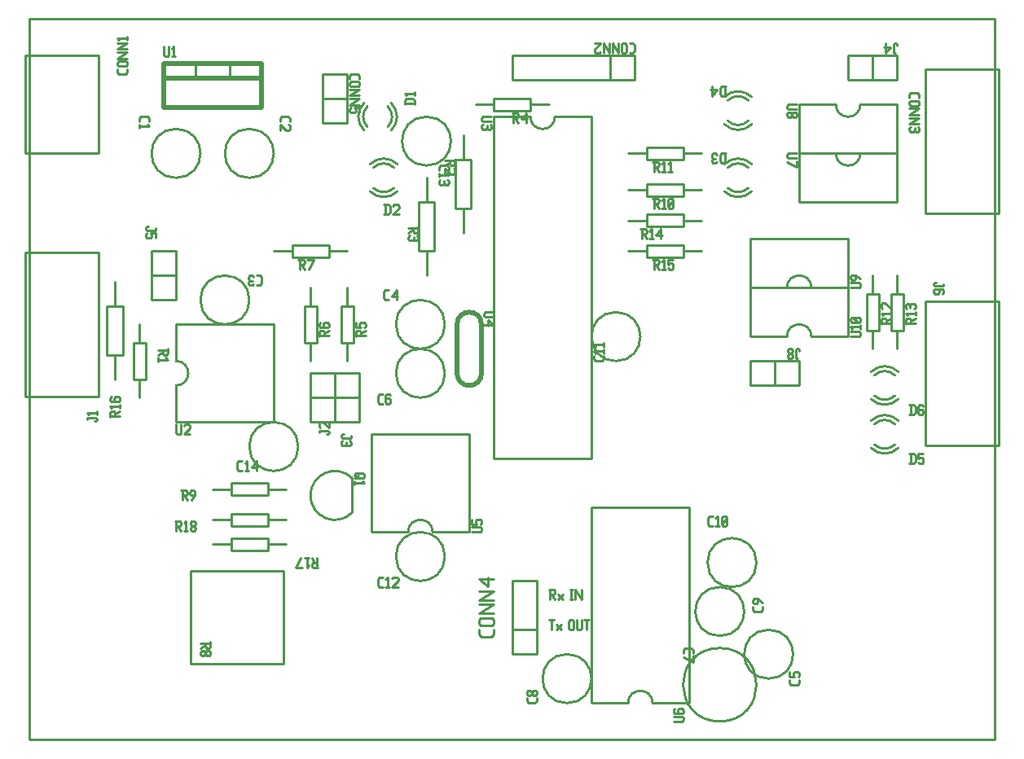
<source format=gbr>
G04 start of page 8 for group -4079 idx -4079 *
G04 Title: (unknown), topsilk *
G04 Creator: pcb 20140316 *
G04 CreationDate: Ne 28. leden 2018, 18:47:39 GMT UTC *
G04 For: mario *
G04 Format: Gerber/RS-274X *
G04 PCB-Dimensions (mil): 3976.38 2992.13 *
G04 PCB-Coordinate-Origin: lower left *
%MOIN*%
%FSLAX25Y25*%
%LNTOPSILK*%
%ADD74C,0.0200*%
%ADD73C,0.0100*%
G54D73*X395000Y4213D02*X375000D01*
X395000D02*Y24213D01*
Y4213D02*X0D01*
Y299213D01*
X395000D01*
Y4213D01*
X212500Y65713D02*X214500D01*
X215000Y65213D01*
Y64213D01*
X214500Y63713D02*X215000Y64213D01*
X213000Y63713D02*X214500D01*
X213000Y65713D02*Y61713D01*
X213800Y63713D02*X215000Y61713D01*
X216200Y63713D02*X218200Y61713D01*
X216200D02*X218200Y63713D01*
X221200Y65713D02*X222200D01*
X221700D02*Y61713D01*
X221200D02*X222200D01*
X223400Y65713D02*Y61713D01*
Y65713D02*X225900Y61713D01*
Y65713D02*Y61713D01*
X212500Y53213D02*X214500D01*
X213500D02*Y49213D01*
X215700Y51213D02*X217700Y49213D01*
X215700D02*X217700Y51213D01*
X220700Y52713D02*Y49713D01*
Y52713D02*X221200Y53213D01*
X222200D01*
X222700Y52713D01*
Y49713D01*
X222200Y49213D02*X222700Y49713D01*
X221200Y49213D02*X222200D01*
X220700Y49713D02*X221200Y49213D01*
X223900Y53213D02*Y49713D01*
X224400Y49213D01*
X225400D01*
X225900Y49713D01*
Y53213D02*Y49713D01*
X227100Y53213D02*X229100D01*
X228100D02*Y49213D01*
X28386Y203740D02*Y144685D01*
X-1535Y203740D02*X28386D01*
X-1535D02*Y144685D01*
X28386D01*
X45000Y174213D02*Y166713D01*
Y151713D02*Y144213D01*
X47500Y166713D02*Y151713D01*
X42500D02*X47500D01*
X42500Y166713D02*Y151713D01*
Y166713D02*X47500D01*
X35000Y161713D02*Y151713D01*
Y191713D02*Y181713D01*
X31700D02*Y161713D01*
Y181713D02*X38300D01*
Y161713D01*
X31700D02*X38300D01*
X28386Y284425D02*Y244370D01*
X-1535Y284425D02*X28386D01*
X-1535D02*Y244370D01*
X28386D01*
X60000Y254213D02*G75*G03X60000Y254213I0J-10000D01*G01*
G54D74*X55000Y280898D02*X95000D01*
Y262898D01*
X55000D01*
Y280898D01*
X95000D01*
Y274898D01*
X55000D01*
Y280898D01*
G54D73*X68000D02*Y274898D01*
X82000Y280898D02*Y274898D01*
X366614Y278740D02*Y219685D01*
X396535D01*
Y278740D02*Y219685D01*
X366614Y278740D02*X396535D01*
X366614Y183740D02*Y124685D01*
X396535D01*
Y183740D02*Y124685D01*
X366614Y183740D02*X396535D01*
X335000Y284213D02*X355000D01*
X335000D02*Y274213D01*
X355000D01*
Y284213D02*Y274213D01*
X345000Y284213D02*Y274213D01*
X355000D01*
X315000Y264213D02*Y244213D01*
X355000D01*
Y264213D01*
X315000D02*X330000D01*
X340000D02*X355000D01*
X330000D02*G75*G03X340000Y264213I5000J0D01*G01*
X315000Y244213D02*Y224213D01*
X355000D01*
Y244213D01*
X315000D02*X330000D01*
X340000D02*X355000D01*
X330000D02*G75*G03X340000Y244213I5000J0D01*G01*
X355000Y171713D02*Y164213D01*
Y194213D02*Y186713D01*
X352500D02*Y171713D01*
Y186713D02*X357500D01*
Y171713D01*
X352500D02*X357500D01*
X345828Y145041D02*G75*G03X354172Y145041I4172J4172D01*G01*
X354172Y153385D02*G75*G03X345828Y153385I-4172J-4172D01*G01*
X344414Y143626D02*G75*G03X355586Y143626I5586J5586D01*G01*
X355586Y154799D02*G75*G03X344414Y154799I-5586J-5586D01*G01*
X345828Y125041D02*G75*G03X354172Y125041I4172J4172D01*G01*
X354172Y133385D02*G75*G03X345828Y133385I-4172J-4172D01*G01*
X344414Y123626D02*G75*G03X355586Y123626I5586J5586D01*G01*
X355586Y134799D02*G75*G03X344414Y134799I-5586J-5586D01*G01*
X345000Y171713D02*Y164213D01*
Y194213D02*Y186713D01*
X342500D02*Y171713D01*
Y186713D02*X347500D01*
Y171713D01*
X342500D02*X347500D01*
X150000Y79213D02*G75*G03X150000Y79213I10000J0D01*G01*
X207500Y69213D02*Y39213D01*
X197500Y69213D02*X207500D01*
X197500D02*Y39213D01*
X207500D01*
X197500Y49213D02*X207500D01*
X197500D02*Y39213D01*
X180000Y129213D02*Y89213D01*
X140000Y129213D02*X180000D01*
X140000D02*Y89213D01*
X165000D02*X180000D01*
X140000D02*X155000D01*
X165000D02*G75*G03X155000Y89213I-5000J0D01*G01*
X150000Y154213D02*G75*G03X150000Y154213I10000J0D01*G01*
Y174213D02*G75*G03X150000Y174213I10000J0D01*G01*
G54D74*X185000D02*Y154213D01*
X175000Y174213D02*Y154213D01*
G75*G03X185000Y154213I5000J0D01*G01*
Y174213D02*G75*G03X175000Y174213I-5000J0D01*G01*
G54D73*X66000Y73213D02*X104000D01*
Y35213D01*
X66000D02*X104000D01*
X66000Y73213D02*Y35213D01*
X132000Y111213D02*Y97213D01*
X132071Y111284D02*G75*G03X132071Y97142I-7071J-7071D01*G01*
X115000Y154213D02*Y134213D01*
X125000D01*
Y154213D02*Y134213D01*
X115000Y154213D02*X125000D01*
X115000Y144213D02*X125000D01*
Y154213D02*Y144213D01*
X75000Y94213D02*X82500D01*
X97500D02*X105000D01*
X82500Y96713D02*X97500D01*
Y91713D01*
X82500D02*X97500D01*
X82500Y96713D02*Y91713D01*
X97500Y84213D02*X105000D01*
X75000D02*X82500D01*
Y81713D02*X97500D01*
X82500Y86713D02*Y81713D01*
Y86713D02*X97500D01*
Y81713D01*
X190000Y259213D02*Y119213D01*
X230000D01*
Y259213D01*
X190000D02*X205000D01*
X215000D02*X230000D01*
X205000D02*G75*G03X215000Y259213I5000J0D01*G01*
X240000Y159213D02*G75*G03X240000Y159213I0J10000D01*G01*
X197500Y284213D02*X247500D01*
X197500D02*Y274213D01*
X247500D01*
Y284213D02*Y274213D01*
X237500Y284213D02*Y274213D01*
X247500D01*
X182500Y264213D02*X190000D01*
X205000D02*X212500D01*
X190000Y266713D02*X205000D01*
Y261713D01*
X190000D02*X205000D01*
X190000Y266713D02*Y261713D01*
X245000Y204213D02*X252500D01*
X267500D02*X275000D01*
X252500Y206713D02*X267500D01*
Y201713D01*
X252500D01*
Y206713D01*
X295000Y159213D02*X315000D01*
X295000D02*Y149213D01*
X315000D01*
Y159213D02*Y149213D01*
X305000Y159213D02*Y149213D01*
X315000D01*
X335000Y189213D02*Y169213D01*
X295000Y189213D02*X335000D01*
X295000D02*Y169213D01*
X320000D02*X335000D01*
X295000D02*X310000D01*
X320000D02*G75*G03X310000Y169213I-5000J0D01*G01*
X335000Y209213D02*Y189213D01*
X295000Y209213D02*X335000D01*
X295000D02*Y189213D01*
X320000D02*X335000D01*
X295000D02*X310000D01*
X320000D02*G75*G03X310000Y189213I-5000J0D01*G01*
X245000Y216713D02*X252500D01*
X267500D02*X275000D01*
X252500Y219213D02*X267500D01*
Y214213D01*
X252500D02*X267500D01*
X252500Y219213D02*Y214213D01*
X245000Y244213D02*X252500D01*
X267500D02*X275000D01*
X252500Y246713D02*X267500D01*
Y241713D01*
X252500D01*
Y246713D01*
X245000Y229213D02*X252500D01*
X267500D02*X275000D01*
X252500Y231713D02*X267500D01*
Y226713D01*
X252500D01*
Y231713D01*
X294172Y238385D02*G75*G03X285828Y238385I-4172J-4172D01*G01*
X285828Y230041D02*G75*G03X294172Y230041I4172J4172D01*G01*
X295586Y239799D02*G75*G03X284414Y239799I-5586J-5586D01*G01*
X284414Y228626D02*G75*G03X295586Y228626I5586J5586D01*G01*
X294172Y265885D02*G75*G03X285828Y265885I-4172J-4172D01*G01*
X285828Y257541D02*G75*G03X294172Y257541I4172J4172D01*G01*
X295586Y267299D02*G75*G03X284414Y267299I-5586J-5586D01*G01*
X284414Y256126D02*G75*G03X295586Y256126I5586J5586D01*G01*
X270000Y99213D02*Y19213D01*
X230000Y99213D02*X270000D01*
X230000D02*Y19213D01*
X255000D02*X270000D01*
X230000D02*X245000D01*
X255000D02*G75*G03X245000Y19213I-5000J0D01*G01*
X220000D02*G75*G03X220000Y19213I0J10000D01*G01*
X302500Y29213D02*G75*G03X302500Y29213I0J10000D01*G01*
X282500Y46713D02*G75*G03X282500Y46713I0J10000D01*G01*
X277500Y76713D02*G75*G03X277500Y76713I10000J0D01*G01*
X177500Y251713D02*Y241713D01*
Y221713D02*Y211713D01*
X180800Y241713D02*Y221713D01*
X174200D02*X180800D01*
X174200Y241713D02*Y221713D01*
Y241713D02*X180800D01*
X282500Y41713D02*G75*G03X282500Y41713I0J-15000D01*G01*
X60000Y134213D02*X100000D01*
Y174213D02*Y134213D01*
X60000Y174213D02*X100000D01*
X60000Y149213D02*Y134213D01*
Y174213D02*Y159213D01*
Y149213D02*G75*G03X60000Y159213I0J5000D01*G01*
X90000Y184213D02*G75*G03X90000Y184213I-10000J0D01*G01*
X50000Y204213D02*Y184213D01*
X60000D01*
Y204213D01*
X50000D01*
Y194213D02*X60000D01*
Y204213D01*
X120000Y276713D02*Y256713D01*
X130000D01*
Y276713D02*Y256713D01*
X120000Y276713D02*X130000D01*
X120000Y266713D02*X130000D01*
Y276713D02*Y266713D01*
X90000Y254213D02*G75*G03X90000Y254213I0J-10000D01*G01*
X140828Y230041D02*G75*G03X149172Y230041I4172J4172D01*G01*
X149172Y238385D02*G75*G03X140828Y238385I-4172J-4172D01*G01*
X139414Y228626D02*G75*G03X150586Y228626I5586J5586D01*G01*
X150586Y239799D02*G75*G03X139414Y239799I-5586J-5586D01*G01*
X146672Y255041D02*G75*G03X146672Y263385I-4172J4172D01*G01*
X138328Y263385D02*G75*G03X138328Y255041I4172J-4172D01*G01*
X148086Y253626D02*G75*G03X148086Y264799I-5586J5586D01*G01*
X136914Y264799D02*G75*G03X136914Y253626I5586J-5586D01*G01*
X162500Y259213D02*G75*G03X162500Y259213I0J-10000D01*G01*
Y234213D02*Y224213D01*
Y204213D02*Y194213D01*
X165800Y224213D02*Y204213D01*
X159200D02*X165800D01*
X159200Y224213D02*Y204213D01*
Y224213D02*X165800D01*
X90000Y124213D02*G75*G03X90000Y124213I10000J0D01*G01*
X75000Y106713D02*X82500D01*
X97500D02*X105000D01*
X82500Y109213D02*X97500D01*
Y104213D01*
X82500D01*
Y109213D01*
X100000Y204213D02*X107500D01*
X122500D02*X130000D01*
X107500Y206713D02*X122500D01*
Y201713D01*
X107500D02*X122500D01*
X107500Y206713D02*Y201713D01*
X115000Y166713D02*Y159213D01*
Y189213D02*Y181713D01*
X112500D02*Y166713D01*
Y181713D02*X117500D01*
Y166713D01*
X112500D02*X117500D01*
X130000D02*Y159213D01*
Y189213D02*Y181713D01*
X127500D02*Y166713D01*
Y181713D02*X132500D01*
Y166713D01*
X127500D02*X132500D01*
X125000Y154213D02*Y134213D01*
X135000D01*
Y154213D02*Y134213D01*
X125000Y154213D02*X135000D01*
X125000Y144213D02*X135000D01*
Y154213D02*Y144213D01*
X23500Y136028D02*Y135228D01*
Y136028D02*X27000D01*
X27500Y135528D02*X27000Y136028D01*
X27500Y135528D02*Y135028D01*
X27000Y134528D02*X27500Y135028D01*
X26500Y134528D02*X27000D01*
X24300Y137228D02*X23500Y138028D01*
X27500D01*
Y138728D02*Y137228D01*
X60000Y133213D02*Y129713D01*
X60500Y129213D01*
X61500D01*
X62000Y129713D01*
Y133213D02*Y129713D01*
X63200Y132713D02*X63700Y133213D01*
X65200D01*
X65700Y132713D01*
Y131713D01*
X63200Y129213D02*X65700Y131713D01*
X63200Y129213D02*X65700D01*
X56500Y164213D02*Y162213D01*
X56000Y161713D01*
X55000D02*X56000D01*
X54500Y162213D02*X55000Y161713D01*
X54500Y163713D02*Y162213D01*
X52500Y163713D02*X56500D01*
X54500Y162913D02*X52500Y161713D01*
X55700Y160513D02*X56500Y159713D01*
X52500D02*X56500D01*
X52500Y160513D02*Y159013D01*
X33000Y138213D02*Y136213D01*
Y138213D02*X33500Y138713D01*
X34500D01*
X35000Y138213D02*X34500Y138713D01*
X35000Y138213D02*Y136713D01*
X33000D02*X37000D01*
X35000Y137513D02*X37000Y138713D01*
X33800Y139913D02*X33000Y140713D01*
X37000D01*
Y141413D02*Y139913D01*
X33000Y144113D02*X33500Y144613D01*
X33000Y144113D02*Y143113D01*
X33500Y142613D02*X33000Y143113D01*
X33500Y142613D02*X36500D01*
X37000Y143113D01*
X34800Y144113D02*X35300Y144613D01*
X34800Y144113D02*Y142613D01*
X37000Y144113D02*Y143113D01*
Y144113D02*X36500Y144613D01*
X35300D02*X36500D01*
X40000Y278713D02*Y277413D01*
X39300Y276713D02*X40000Y277413D01*
X36700Y276713D02*X39300D01*
X36700D02*X36000Y277413D01*
Y278713D02*Y277413D01*
X36500Y279913D02*X39500D01*
X36500D02*X36000Y280413D01*
Y281413D02*Y280413D01*
Y281413D02*X36500Y281913D01*
X39500D01*
X40000Y281413D02*X39500Y281913D01*
X40000Y281413D02*Y280413D01*
X39500Y279913D02*X40000Y280413D01*
X36000Y283113D02*X40000D01*
X36000D02*X40000Y285613D01*
X36000D02*X40000D01*
X36000Y286813D02*X40000D01*
X36000D02*X40000Y289313D01*
X36000D02*X40000D01*
X36800Y290513D02*X36000Y291313D01*
X40000D01*
Y292013D02*Y290513D01*
X51500Y213513D02*Y212713D01*
X48000D02*X51500D01*
X47500Y213213D02*X48000Y212713D01*
X47500Y213713D02*Y213213D01*
X48000Y214213D02*X47500Y213713D01*
X48000Y214213D02*X48500D01*
X51500Y211513D02*Y209513D01*
X49500Y211513D02*X51500D01*
X49500D02*X50000Y211013D01*
Y210013D01*
X49500Y209513D01*
X48000D02*X49500D01*
X47500Y210013D02*X48000Y209513D01*
X47500Y211013D02*Y210013D01*
X48000Y211513D02*X47500Y211013D01*
X45000Y258513D02*Y257213D01*
X45700Y259213D02*X45000Y258513D01*
X45700Y259213D02*X48300D01*
X49000Y258513D01*
Y257213D01*
X48200Y256013D02*X49000Y255213D01*
X45000D02*X49000D01*
X45000Y256013D02*Y254513D01*
X55000Y287898D02*Y284398D01*
X55500Y283898D01*
X56500D01*
X57000Y284398D01*
Y287898D02*Y284398D01*
X58200Y287098D02*X59000Y287898D01*
Y283898D01*
X58200D02*X59700D01*
X93000Y194213D02*X94300D01*
X95000Y193513D02*X94300Y194213D01*
X95000Y193513D02*Y190913D01*
X94300Y190213D01*
X93000D02*X94300D01*
X91800Y190713D02*X91300Y190213D01*
X90300D02*X91300D01*
X90300D02*X89800Y190713D01*
X90300Y194213D02*X89800Y193713D01*
X90300Y194213D02*X91300D01*
X91800Y193713D02*X91300Y194213D01*
X90300Y192013D02*X91300D01*
X89800Y191513D02*Y190713D01*
Y193713D02*Y192513D01*
X90300Y192013D01*
X89800Y191513D02*X90300Y192013D01*
X110000Y200713D02*X112000D01*
X112500Y200213D01*
Y199213D01*
X112000Y198713D02*X112500Y199213D01*
X110500Y198713D02*X112000D01*
X110500Y200713D02*Y196713D01*
X111300Y198713D02*X112500Y196713D01*
X114200D02*X116200Y200713D01*
X113700D02*X116200D01*
X102500Y258513D02*Y257213D01*
X103200Y259213D02*X102500Y258513D01*
X103200Y259213D02*X105800D01*
X106500Y258513D01*
Y257213D01*
X106000Y256013D02*X106500Y255513D01*
Y254013D01*
X106000Y253513D01*
X105000D02*X106000D01*
X102500Y256013D02*X105000Y253513D01*
X102500Y256013D02*Y253513D01*
X85700Y114213D02*X87000D01*
X85000Y114913D02*X85700Y114213D01*
X85000Y117513D02*Y114913D01*
Y117513D02*X85700Y118213D01*
X87000D01*
X88200Y117413D02*X89000Y118213D01*
Y114213D01*
X88200D02*X89700D01*
X90900Y115713D02*X92900Y118213D01*
X90900Y115713D02*X93400D01*
X92900Y118213D02*Y114213D01*
X116000Y74713D02*X118000D01*
X116000D02*X115500Y75213D01*
Y76213D02*Y75213D01*
X116000Y76713D02*X115500Y76213D01*
X116000Y76713D02*X117500D01*
Y78713D02*Y74713D01*
X116700Y76713D02*X115500Y78713D01*
X114300Y75513D02*X113500Y74713D01*
Y78713D02*Y74713D01*
X112800Y78713D02*X114300D01*
X111100D02*X109100Y74713D01*
X111600D01*
X62000Y106213D02*X64000D01*
X64500Y105713D01*
Y104713D01*
X64000Y104213D02*X64500Y104713D01*
X62500Y104213D02*X64000D01*
X62500Y106213D02*Y102213D01*
X63300Y104213D02*X64500Y102213D01*
X66200D02*X67700Y104213D01*
Y105713D02*Y104213D01*
X67200Y106213D02*X67700Y105713D01*
X66200Y106213D02*X67200D01*
X65700Y105713D02*X66200Y106213D01*
X65700Y105713D02*Y104713D01*
X66200Y104213D01*
X67700D01*
X59500Y93713D02*X61500D01*
X62000Y93213D01*
Y92213D01*
X61500Y91713D02*X62000Y92213D01*
X60000Y91713D02*X61500D01*
X60000Y93713D02*Y89713D01*
X60800Y91713D02*X62000Y89713D01*
X63200Y92913D02*X64000Y93713D01*
Y89713D01*
X63200D02*X64700D01*
X65900Y90213D02*X66400Y89713D01*
X65900Y91013D02*Y90213D01*
Y91013D02*X66600Y91713D01*
X67200D01*
X67900Y91013D01*
Y90213D01*
X67400Y89713D02*X67900Y90213D01*
X66400Y89713D02*X67400D01*
X65900Y92413D02*X66600Y91713D01*
X65900Y93213D02*Y92413D01*
Y93213D02*X66400Y93713D01*
X67400D01*
X67900Y93213D01*
Y92413D01*
X67200Y91713D02*X67900Y92413D01*
X74000Y44213D02*Y42213D01*
X73500Y41713D01*
X72500D02*X73500D01*
X72000Y42213D02*X72500Y41713D01*
X72000Y43713D02*Y42213D01*
X70000Y43713D02*X74000D01*
X72000Y42913D02*X70000Y41713D01*
X70500Y40513D02*X70000Y40013D01*
X70500Y40513D02*X71300D01*
X72000Y39813D01*
Y39213D01*
X71300Y38513D01*
X70500D02*X71300D01*
X70000Y39013D02*X70500Y38513D01*
X70000Y40013D02*Y39013D01*
X72700Y40513D02*X72000Y39813D01*
X72700Y40513D02*X73500D01*
X74000Y40013D01*
Y39013D01*
X73500Y38513D01*
X72700D02*X73500D01*
X72000Y39213D02*X72700Y38513D01*
X360000Y268198D02*Y266898D01*
X360700Y268898D02*X360000Y268198D01*
X360700Y268898D02*X363300D01*
X364000Y268198D01*
Y266898D01*
X360500Y265698D02*X363500D01*
X364000Y265198D01*
Y264198D01*
X363500Y263698D01*
X360500D02*X363500D01*
X360000Y264198D02*X360500Y263698D01*
X360000Y265198D02*Y264198D01*
X360500Y265698D02*X360000Y265198D01*
Y262498D02*X364000D01*
X360000Y259998D01*
X364000D01*
X360000Y258798D02*X364000D01*
X360000Y256298D01*
X364000D01*
X363500Y255098D02*X364000Y254598D01*
Y253598D01*
X363500Y253098D01*
X360000Y253598D02*X360500Y253098D01*
X360000Y254598D02*Y253598D01*
X360500Y255098D02*X360000Y254598D01*
X362200D02*Y253598D01*
X362700Y253098D02*X363500D01*
X360500D02*X361700D01*
X362200Y253598D01*
X362700Y253098D02*X362200Y253598D01*
X358500Y176213D02*Y174213D01*
Y176213D02*X359000Y176713D01*
X360000D01*
X360500Y176213D02*X360000Y176713D01*
X360500Y176213D02*Y174713D01*
X358500D02*X362500D01*
X360500Y175513D02*X362500Y176713D01*
X359300Y177913D02*X358500Y178713D01*
X362500D01*
Y179413D02*Y177913D01*
X359000Y180613D02*X358500Y181113D01*
Y182113D02*Y181113D01*
Y182113D02*X359000Y182613D01*
X362500Y182113D02*X362000Y182613D01*
X362500Y182113D02*Y181113D01*
X362000Y180613D02*X362500Y181113D01*
X360300Y182113D02*Y181113D01*
X359000Y182613D02*X359800D01*
X360800D02*X362000D01*
X360800D02*X360300Y182113D01*
X359800Y182613D02*X360300Y182113D01*
X348500Y176213D02*Y174213D01*
Y176213D02*X349000Y176713D01*
X350000D01*
X350500Y176213D02*X350000Y176713D01*
X350500Y176213D02*Y174713D01*
X348500D02*X352500D01*
X350500Y175513D02*X352500Y176713D01*
X349300Y177913D02*X348500Y178713D01*
X352500D01*
Y179413D02*Y177913D01*
X349000Y180613D02*X348500Y181113D01*
Y182613D02*Y181113D01*
Y182613D02*X349000Y183113D01*
X350000D01*
X352500Y180613D02*X350000Y183113D01*
X352500D02*Y180613D01*
X374000Y190698D02*Y189898D01*
X370500D02*X374000D01*
X370000Y190398D02*X370500Y189898D01*
X370000Y190898D02*Y190398D01*
X370500Y191398D02*X370000Y190898D01*
X370500Y191398D02*X371000D01*
X374000Y187198D02*X373500Y186698D01*
X374000Y188198D02*Y187198D01*
X373500Y188698D02*X374000Y188198D01*
X370500Y188698D02*X373500D01*
X370500D02*X370000Y188198D01*
X372200Y187198D02*X371700Y186698D01*
X372200Y188698D02*Y187198D01*
X370000Y188198D02*Y187198D01*
X370500Y186698D01*
X371700D01*
X360500Y141213D02*Y137213D01*
X361800Y141213D02*X362500Y140513D01*
Y137913D01*
X361800Y137213D02*X362500Y137913D01*
X360000Y137213D02*X361800D01*
X360000Y141213D02*X361800D01*
X365200D02*X365700Y140713D01*
X364200Y141213D02*X365200D01*
X363700Y140713D02*X364200Y141213D01*
X363700Y140713D02*Y137713D01*
X364200Y137213D01*
X365200Y139413D02*X365700Y138913D01*
X363700Y139413D02*X365200D01*
X364200Y137213D02*X365200D01*
X365700Y137713D01*
Y138913D02*Y137713D01*
X360500Y121213D02*Y117213D01*
X361800Y121213D02*X362500Y120513D01*
Y117913D01*
X361800Y117213D02*X362500Y117913D01*
X360000Y117213D02*X361800D01*
X360000Y121213D02*X361800D01*
X363700D02*X365700D01*
X363700D02*Y119213D01*
X364200Y119713D01*
X365200D01*
X365700Y119213D01*
Y117713D01*
X365200Y117213D02*X365700Y117713D01*
X364200Y117213D02*X365200D01*
X363700Y117713D02*X364200Y117213D01*
X284500Y244213D02*Y240213D01*
X283200D02*X282500Y240913D01*
Y243513D02*Y240913D01*
X283200Y244213D02*X282500Y243513D01*
X283200Y244213D02*X285000D01*
X283200Y240213D02*X285000D01*
X281300Y240713D02*X280800Y240213D01*
X279800D02*X280800D01*
X279800D02*X279300Y240713D01*
X279800Y244213D02*X279300Y243713D01*
X279800Y244213D02*X280800D01*
X281300Y243713D02*X280800Y244213D01*
X279800Y242013D02*X280800D01*
X279300Y241513D02*Y240713D01*
Y243713D02*Y242513D01*
X279800Y242013D01*
X279300Y241513D02*X279800Y242013D01*
X278200Y91713D02*X279500D01*
X277500Y92413D02*X278200Y91713D01*
X277500Y95013D02*Y92413D01*
Y95013D02*X278200Y95713D01*
X279500D01*
X280700Y94913D02*X281500Y95713D01*
Y91713D01*
X280700D02*X282200D01*
X283400Y92213D02*X283900Y91713D01*
X283400Y95213D02*Y92213D01*
Y95213D02*X283900Y95713D01*
X284900D01*
X285400Y95213D01*
Y92213D01*
X284900Y91713D02*X285400Y92213D01*
X283900Y91713D02*X284900D01*
X283400Y92713D02*X285400Y94713D01*
X284500Y271713D02*Y267713D01*
X283200D02*X282500Y268413D01*
Y271013D02*Y268413D01*
X283200Y271713D02*X282500Y271013D01*
X283200Y271713D02*X285000D01*
X283200Y267713D02*X285000D01*
X281300Y270213D02*X279300Y267713D01*
X278800Y270213D02*X281300D01*
X279300Y271713D02*Y267713D01*
X353500Y285213D02*X354300D01*
X353500Y288713D02*Y285213D01*
X354000Y289213D02*X353500Y288713D01*
X354000Y289213D02*X354500D01*
X355000Y288713D02*X354500Y289213D01*
X355000Y288713D02*Y288213D01*
X352300Y287713D02*X350300Y285213D01*
X349800Y287713D02*X352300D01*
X350300Y289213D02*Y285213D01*
X310500Y264213D02*X314000D01*
X310500D02*X310000Y263713D01*
Y262713D01*
X310500Y262213D01*
X314000D01*
X310500Y261013D02*X310000Y260513D01*
X310500Y261013D02*X311300D01*
X312000Y260313D01*
Y259713D01*
X311300Y259013D01*
X310500D02*X311300D01*
X310000Y259513D02*X310500Y259013D01*
X310000Y260513D02*Y259513D01*
X312700Y261013D02*X312000Y260313D01*
X312700Y261013D02*X313500D01*
X314000Y260513D01*
Y259513D01*
X313500Y259013D01*
X312700D02*X313500D01*
X312000Y259713D02*X312700Y259013D01*
X315000Y28713D02*Y27413D01*
X314300Y26713D02*X315000Y27413D01*
X311700Y26713D02*X314300D01*
X311700D02*X311000Y27413D01*
Y28713D02*Y27413D01*
Y31913D02*Y29913D01*
X313000D01*
X312500Y30413D01*
Y31413D02*Y30413D01*
Y31413D02*X313000Y31913D01*
X314500D01*
X315000Y31413D02*X314500Y31913D01*
X315000Y31413D02*Y30413D01*
X314500Y29913D02*X315000Y30413D01*
X300000Y58713D02*Y57413D01*
X299300Y56713D02*X300000Y57413D01*
X296700Y56713D02*X299300D01*
X296700D02*X296000Y57413D01*
Y58713D02*Y57413D01*
X300000Y60413D02*X298000Y61913D01*
X296500D02*X298000D01*
X296000Y61413D02*X296500Y61913D01*
X296000Y61413D02*Y60413D01*
X296500Y59913D02*X296000Y60413D01*
X296500Y59913D02*X297500D01*
X298000Y60413D01*
Y61913D02*Y60413D01*
X310500Y244213D02*X314000D01*
X310500D02*X310000Y243713D01*
Y242713D01*
X310500Y242213D01*
X314000D01*
X310000Y240513D02*X314000Y238513D01*
Y241013D02*Y238513D01*
X313500Y160213D02*X314300D01*
X313500Y163713D02*Y160213D01*
X314000Y164213D02*X313500Y163713D01*
X314000Y164213D02*X314500D01*
X315000Y163713D02*X314500Y164213D01*
X315000Y163713D02*Y163213D01*
X312300Y163713D02*X311800Y164213D01*
X312300Y163713D02*Y162913D01*
X311600Y162213D01*
X311000D02*X311600D01*
X311000D02*X310300Y162913D01*
Y163713D02*Y162913D01*
X310800Y164213D02*X310300Y163713D01*
X310800Y164213D02*X311800D01*
X312300Y161513D02*X311600Y162213D01*
X312300Y161513D02*Y160713D01*
X311800Y160213D01*
X310800D02*X311800D01*
X310800D02*X310300Y160713D01*
Y161513D02*Y160713D01*
X311000Y162213D02*X310300Y161513D01*
X336000Y169213D02*X339500D01*
X340000Y169713D01*
Y170713D02*Y169713D01*
Y170713D02*X339500Y171213D01*
X336000D02*X339500D01*
X336800Y172413D02*X336000Y173213D01*
X340000D01*
Y173913D02*Y172413D01*
X339500Y175113D02*X340000Y175613D01*
X336500Y175113D02*X339500D01*
X336500D02*X336000Y175613D01*
Y176613D02*Y175613D01*
Y176613D02*X336500Y177113D01*
X339500D01*
X340000Y176613D02*X339500Y177113D01*
X340000Y176613D02*Y175613D01*
X339000Y175113D02*X337000Y177113D01*
X336000Y189213D02*X339500D01*
X340000Y189713D01*
Y190713D02*Y189713D01*
Y190713D02*X339500Y191213D01*
X336000D02*X339500D01*
X340000Y192913D02*X338000Y194413D01*
X336500D02*X338000D01*
X336000Y193913D02*X336500Y194413D01*
X336000Y193913D02*Y192913D01*
X336500Y192413D02*X336000Y192913D01*
X336500Y192413D02*X337500D01*
X338000Y192913D01*
Y194413D02*Y192913D01*
X118500Y171213D02*Y169213D01*
Y171213D02*X119000Y171713D01*
X120000D01*
X120500Y171213D02*X120000Y171713D01*
X120500Y171213D02*Y169713D01*
X118500D02*X122500D01*
X120500Y170513D02*X122500Y171713D01*
X118500Y174413D02*X119000Y174913D01*
X118500Y174413D02*Y173413D01*
X119000Y172913D02*X118500Y173413D01*
X119000Y172913D02*X122000D01*
X122500Y173413D01*
X120300Y174413D02*X120800Y174913D01*
X120300Y174413D02*Y172913D01*
X122500Y174413D02*Y173413D01*
Y174413D02*X122000Y174913D01*
X120800D02*X122000D01*
X133500Y171213D02*Y169213D01*
Y171213D02*X134000Y171713D01*
X135000D01*
X135500Y171213D02*X135000Y171713D01*
X135500Y171213D02*Y169713D01*
X133500D02*X137500D01*
X135500Y170513D02*X137500Y171713D01*
X133500Y174913D02*Y172913D01*
X135500D01*
X135000Y173413D01*
Y174413D02*Y173413D01*
Y174413D02*X135500Y174913D01*
X137000D01*
X137500Y174413D02*X137000Y174913D01*
X137500Y174413D02*Y173413D01*
X137000Y172913D02*X137500Y173413D01*
X143200Y141713D02*X144500D01*
X142500Y142413D02*X143200Y141713D01*
X142500Y145013D02*Y142413D01*
Y145013D02*X143200Y145713D01*
X144500D01*
X147200D02*X147700Y145213D01*
X146200Y145713D02*X147200D01*
X145700Y145213D02*X146200Y145713D01*
X145700Y145213D02*Y142213D01*
X146200Y141713D01*
X147200Y143913D02*X147700Y143413D01*
X145700Y143913D02*X147200D01*
X146200Y141713D02*X147200D01*
X147700Y142213D01*
Y143413D02*Y142213D01*
X145700Y184213D02*X147000D01*
X145000Y184913D02*X145700Y184213D01*
X145000Y187513D02*Y184913D01*
Y187513D02*X145700Y188213D01*
X147000D01*
X148200Y185713D02*X150200Y188213D01*
X148200Y185713D02*X150700D01*
X150200Y188213D02*Y184213D01*
X143200Y66713D02*X144500D01*
X142500Y67413D02*X143200Y66713D01*
X142500Y70013D02*Y67413D01*
Y70013D02*X143200Y70713D01*
X144500D01*
X145700Y69913D02*X146500Y70713D01*
Y66713D01*
X145700D02*X147200D01*
X148400Y70213D02*X148900Y70713D01*
X150400D01*
X150900Y70213D01*
Y69213D01*
X148400Y66713D02*X150900Y69213D01*
X148400Y66713D02*X150900D01*
X181000Y89213D02*X184500D01*
X185000Y89713D01*
Y90713D02*Y89713D01*
Y90713D02*X184500Y91213D01*
X181000D02*X184500D01*
X181000Y94413D02*Y92413D01*
X183000D01*
X182500Y92913D01*
Y93913D02*Y92913D01*
Y93913D02*X183000Y94413D01*
X184500D01*
X185000Y93913D02*X184500Y94413D01*
X185000Y93913D02*Y92913D01*
X184500Y92413D02*X185000Y92913D01*
X235000Y161213D02*Y159913D01*
X234300Y159213D02*X235000Y159913D01*
X231700Y159213D02*X234300D01*
X231700D02*X231000Y159913D01*
Y161213D02*Y159913D01*
X231800Y162413D02*X231000Y163213D01*
X235000D01*
Y163913D02*Y162413D01*
X231800Y165113D02*X231000Y165913D01*
X235000D01*
Y166613D02*Y165113D01*
X186500Y179213D02*X190000D01*
X186500D02*X186000Y178713D01*
Y177713D01*
X186500Y177213D01*
X190000D01*
X187500Y176013D02*X190000Y174013D01*
X187500Y176013D02*Y173513D01*
X186000Y174013D02*X190000D01*
X133500Y113213D02*X136500D01*
X137000Y112713D01*
Y111713D01*
X136500Y111213D01*
X134000D02*X136500D01*
X133000Y112213D02*X134000Y111213D01*
X133000Y112713D02*Y112213D01*
X133500Y113213D02*X133000Y112713D01*
X134500Y112213D02*X133000Y111213D01*
X136200Y110013D02*X137000Y109213D01*
X133000D02*X137000D01*
X133000Y110013D02*Y108513D01*
X263500Y11713D02*X267000D01*
X267500Y12213D01*
Y13213D02*Y12213D01*
Y13213D02*X267000Y13713D01*
X263500D02*X267000D01*
X263500Y16413D02*X264000Y16913D01*
X263500Y16413D02*Y15413D01*
X264000Y14913D02*X263500Y15413D01*
X264000Y14913D02*X267000D01*
X267500Y15413D01*
X265300Y16413D02*X265800Y16913D01*
X265300Y16413D02*Y14913D01*
X267500Y16413D02*Y15413D01*
Y16413D02*X267000Y16913D01*
X265800D02*X267000D01*
X207500Y21213D02*Y19913D01*
X206800Y19213D02*X207500Y19913D01*
X204200Y19213D02*X206800D01*
X204200D02*X203500Y19913D01*
Y21213D02*Y19913D01*
X207000Y22413D02*X207500Y22913D01*
X206200Y22413D02*X207000D01*
X206200D02*X205500Y23113D01*
Y23713D02*Y23113D01*
Y23713D02*X206200Y24413D01*
X207000D01*
X207500Y23913D02*X207000Y24413D01*
X207500Y23913D02*Y22913D01*
X204800Y22413D02*X205500Y23113D01*
X204000Y22413D02*X204800D01*
X204000D02*X203500Y22913D01*
Y23913D02*Y22913D01*
Y23913D02*X204000Y24413D01*
X204800D01*
X205500Y23713D02*X204800Y24413D01*
X190000Y49213D02*Y47263D01*
X188950Y46213D02*X190000Y47263D01*
X185050Y46213D02*X188950D01*
X185050D02*X184000Y47263D01*
Y49213D02*Y47263D01*
X184750Y51013D02*X189250D01*
X184750D02*X184000Y51763D01*
Y53263D02*Y51763D01*
Y53263D02*X184750Y54013D01*
X189250D01*
X190000Y53263D02*X189250Y54013D01*
X190000Y53263D02*Y51763D01*
X189250Y51013D02*X190000Y51763D01*
X184000Y55813D02*X190000D01*
X184000D02*X190000Y59563D01*
X184000D02*X190000D01*
X184000Y61363D02*X190000D01*
X184000D02*X190000Y65113D01*
X184000D02*X190000D01*
X187750Y66913D02*X184000Y69913D01*
X187750Y70663D02*Y66913D01*
X184000Y69913D02*X190000D01*
X267500Y41013D02*Y39713D01*
X268200Y41713D02*X267500Y41013D01*
X268200Y41713D02*X270800D01*
X271500Y41013D01*
Y39713D01*
X267500Y38013D02*X271500Y36013D01*
Y38513D02*Y36013D01*
X131500Y128513D02*Y127713D01*
X128000D02*X131500D01*
X127500Y128213D02*X128000Y127713D01*
X127500Y128713D02*Y128213D01*
X128000Y129213D02*X127500Y128713D01*
X128000Y129213D02*X128500D01*
X131000Y126513D02*X131500Y126013D01*
Y125013D01*
X131000Y124513D01*
X127500Y125013D02*X128000Y124513D01*
X127500Y126013D02*Y125013D01*
X128000Y126513D02*X127500Y126013D01*
X129700D02*Y125013D01*
X130200Y124513D02*X131000D01*
X128000D02*X129200D01*
X129700Y125013D01*
X130200Y124513D02*X129700Y125013D01*
X118500Y130713D02*Y129913D01*
Y130713D02*X122000D01*
X122500Y130213D02*X122000Y130713D01*
X122500Y130213D02*Y129713D01*
X122000Y129213D02*X122500Y129713D01*
X121500Y129213D02*X122000D01*
X119000Y131913D02*X118500Y132413D01*
Y133913D02*Y132413D01*
Y133913D02*X119000Y134413D01*
X120000D01*
X122500Y131913D02*X120000Y134413D01*
X122500D02*Y131913D01*
X131000Y276013D02*Y274713D01*
X131700Y276713D02*X131000Y276013D01*
X131700Y276713D02*X134300D01*
X135000Y276013D01*
Y274713D01*
X131500Y273513D02*X134500D01*
X135000Y273013D01*
Y272013D01*
X134500Y271513D01*
X131500D02*X134500D01*
X131000Y272013D02*X131500Y271513D01*
X131000Y273013D02*Y272013D01*
X131500Y273513D02*X131000Y273013D01*
Y270313D02*X135000D01*
X131000Y267813D01*
X135000D01*
X131000Y266613D02*X135000D01*
X131000Y264113D01*
X135000D01*
Y262913D02*Y260913D01*
X133000Y262913D02*X135000D01*
X133000D02*X133500Y262413D01*
Y261413D01*
X133000Y260913D01*
X131500D02*X133000D01*
X131000Y261413D02*X131500Y260913D01*
X131000Y262413D02*Y261413D01*
X131500Y262913D02*X131000Y262413D01*
X153500Y264713D02*X157500D01*
X153500Y266013D02*X154200Y266713D01*
X156800D01*
X157500Y266013D02*X156800Y266713D01*
X157500Y266013D02*Y264213D01*
X153500Y266013D02*Y264213D01*
X154300Y267913D02*X153500Y268713D01*
X157500D01*
Y269413D02*Y267913D01*
X245500Y289213D02*X246800D01*
X247500Y288513D02*X246800Y289213D01*
X247500Y288513D02*Y285913D01*
X246800Y285213D01*
X245500D02*X246800D01*
X244300Y288713D02*Y285713D01*
X243800Y285213D01*
X242800D02*X243800D01*
X242800D02*X242300Y285713D01*
Y288713D02*Y285713D01*
X242800Y289213D02*X242300Y288713D01*
X242800Y289213D02*X243800D01*
X244300Y288713D02*X243800Y289213D01*
X241100D02*Y285213D01*
X238600Y289213D01*
Y285213D01*
X237400Y289213D02*Y285213D01*
X234900Y289213D01*
Y285213D01*
X233700Y285713D02*X233200Y285213D01*
X231700D02*X233200D01*
X231700D02*X231200Y285713D01*
Y286713D02*Y285713D01*
X233700Y289213D02*X231200Y286713D01*
Y289213D02*X233700D01*
X197500Y260713D02*X199500D01*
X200000Y260213D01*
Y259213D01*
X199500Y258713D02*X200000Y259213D01*
X198000Y258713D02*X199500D01*
X198000Y260713D02*Y256713D01*
X198800Y258713D02*X200000Y256713D01*
X201200Y258213D02*X203200Y260713D01*
X201200Y258213D02*X203700D01*
X203200Y260713D02*Y256713D01*
X255000Y200713D02*X257000D01*
X257500Y200213D01*
Y199213D01*
X257000Y198713D02*X257500Y199213D01*
X255500Y198713D02*X257000D01*
X255500Y200713D02*Y196713D01*
X256300Y198713D02*X257500Y196713D01*
X258700Y199913D02*X259500Y200713D01*
Y196713D01*
X258700D02*X260200D01*
X261400Y200713D02*X263400D01*
X261400D02*Y198713D01*
X261900Y199213D01*
X262900D01*
X263400Y198713D01*
Y197213D01*
X262900Y196713D02*X263400Y197213D01*
X261900Y196713D02*X262900D01*
X261400Y197213D02*X261900Y196713D01*
X250000Y213213D02*X252000D01*
X252500Y212713D01*
Y211713D01*
X252000Y211213D02*X252500Y211713D01*
X250500Y211213D02*X252000D01*
X250500Y213213D02*Y209213D01*
X251300Y211213D02*X252500Y209213D01*
X253700Y212413D02*X254500Y213213D01*
Y209213D01*
X253700D02*X255200D01*
X256400Y210713D02*X258400Y213213D01*
X256400Y210713D02*X258900D01*
X258400Y213213D02*Y209213D01*
X255000Y240713D02*X257000D01*
X257500Y240213D01*
Y239213D01*
X257000Y238713D02*X257500Y239213D01*
X255500Y238713D02*X257000D01*
X255500Y240713D02*Y236713D01*
X256300Y238713D02*X257500Y236713D01*
X258700Y239913D02*X259500Y240713D01*
Y236713D01*
X258700D02*X260200D01*
X261400Y239913D02*X262200Y240713D01*
Y236713D01*
X261400D02*X262900D01*
X255000Y225713D02*X257000D01*
X257500Y225213D01*
Y224213D01*
X257000Y223713D02*X257500Y224213D01*
X255500Y223713D02*X257000D01*
X255500Y225713D02*Y221713D01*
X256300Y223713D02*X257500Y221713D01*
X258700Y224913D02*X259500Y225713D01*
Y221713D01*
X258700D02*X260200D01*
X261400Y222213D02*X261900Y221713D01*
X261400Y225213D02*Y222213D01*
Y225213D02*X261900Y225713D01*
X262900D01*
X263400Y225213D01*
Y222213D01*
X262900Y221713D02*X263400Y222213D01*
X261900Y221713D02*X262900D01*
X261400Y222713D02*X263400Y224713D01*
X145500Y223213D02*Y219213D01*
X146800Y223213D02*X147500Y222513D01*
Y219913D01*
X146800Y219213D02*X147500Y219913D01*
X145000Y219213D02*X146800D01*
X145000Y223213D02*X146800D01*
X148700Y222713D02*X149200Y223213D01*
X150700D01*
X151200Y222713D01*
Y221713D01*
X148700Y219213D02*X151200Y221713D01*
X148700Y219213D02*X151200D01*
X185500Y259213D02*X189000D01*
X185500D02*X185000Y258713D01*
Y257713D01*
X185500Y257213D01*
X189000D01*
X188500Y256013D02*X189000Y255513D01*
Y254513D01*
X188500Y254013D01*
X185000Y254513D02*X185500Y254013D01*
X185000Y255513D02*Y254513D01*
X185500Y256013D02*X185000Y255513D01*
X187200D02*Y254513D01*
X187700Y254013D02*X188500D01*
X185500D02*X186700D01*
X187200Y254513D01*
X187700Y254013D02*X187200Y254513D01*
X159000Y214213D02*Y212213D01*
X158500Y211713D01*
X157500D02*X158500D01*
X157000Y212213D02*X157500Y211713D01*
X157000Y213713D02*Y212213D01*
X155000Y213713D02*X159000D01*
X157000Y212913D02*X155000Y211713D01*
X158500Y210513D02*X159000Y210013D01*
Y209013D01*
X158500Y208513D01*
X155000Y209013D02*X155500Y208513D01*
X155000Y210013D02*Y209013D01*
X155500Y210513D02*X155000Y210013D01*
X157200D02*Y209013D01*
X157700Y208513D02*X158500D01*
X155500D02*X156700D01*
X157200Y209013D01*
X157700Y208513D02*X157200Y209013D01*
X174000Y241713D02*Y239713D01*
X173500Y239213D01*
X172500D02*X173500D01*
X172000Y239713D02*X172500Y239213D01*
X172000Y241213D02*Y239713D01*
X170000Y241213D02*X174000D01*
X172000Y240413D02*X170000Y239213D01*
X173500Y238013D02*X174000Y237513D01*
Y236013D01*
X173500Y235513D01*
X172500D02*X173500D01*
X170000Y238013D02*X172500Y235513D01*
X170000Y238013D02*Y235513D01*
X167500Y238513D02*Y237213D01*
X168200Y239213D02*X167500Y238513D01*
X168200Y239213D02*X170800D01*
X171500Y238513D01*
Y237213D01*
X170700Y236013D02*X171500Y235213D01*
X167500D02*X171500D01*
X167500Y236013D02*Y234513D01*
X171000Y233313D02*X171500Y232813D01*
Y231813D01*
X171000Y231313D01*
X167500Y231813D02*X168000Y231313D01*
X167500Y232813D02*Y231813D01*
X168000Y233313D02*X167500Y232813D01*
X169700D02*Y231813D01*
X170200Y231313D02*X171000D01*
X168000D02*X169200D01*
X169700Y231813D01*
X170200Y231313D02*X169700Y231813D01*
M02*

</source>
